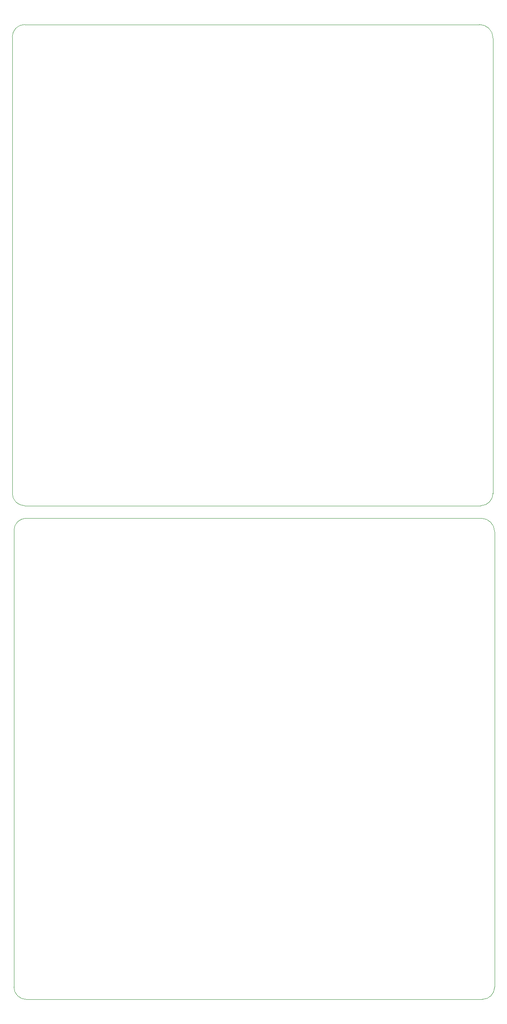
<source format=gbr>
%TF.GenerationSoftware,KiCad,Pcbnew,6.0.7-f9a2dced07~116~ubuntu20.04.1*%
%TF.CreationDate,2022-11-23T13:06:06+01:00*%
%TF.ProjectId,board,626f6172-642e-46b6-9963-61645f706362,rev?*%
%TF.SameCoordinates,Original*%
%TF.FileFunction,Profile,NP*%
%FSLAX46Y46*%
G04 Gerber Fmt 4.6, Leading zero omitted, Abs format (unit mm)*
G04 Created by KiCad (PCBNEW 6.0.7-f9a2dced07~116~ubuntu20.04.1) date 2022-11-23 13:06:06*
%MOMM*%
%LPD*%
G01*
G04 APERTURE LIST*
%TA.AperFunction,Profile*%
%ADD10C,0.100000*%
%TD*%
G04 APERTURE END LIST*
D10*
X39624047Y-228091953D02*
X133604047Y-228091953D01*
X37084047Y-131571953D02*
X37084047Y-225551953D01*
X136144047Y-225551953D02*
X136144047Y-131825953D01*
X133604047Y-228091953D02*
G75*
G03*
X136144047Y-225551953I-49J2540049D01*
G01*
X39624047Y-129031953D02*
G75*
G03*
X37084047Y-131571953I1J-2540001D01*
G01*
X136144047Y-131825953D02*
G75*
G03*
X133350047Y-129031953I-2794047J-47D01*
G01*
X133350047Y-129031953D02*
X39624047Y-129031953D01*
X37084047Y-225551953D02*
G75*
G03*
X39624047Y-228091953I2540002J2D01*
G01*
X36752502Y-123906000D02*
G75*
G03*
X39292500Y-126446000I2539999J-1D01*
G01*
X133018500Y-27386000D02*
X39292500Y-27386000D01*
X135812502Y-30180000D02*
G75*
G03*
X133018500Y-27386000I-2794051J-51D01*
G01*
X39292500Y-27386000D02*
G75*
G03*
X36752500Y-29926000I1J-2540001D01*
G01*
X133272500Y-126446000D02*
G75*
G03*
X135812500Y-123906000I-49J2540049D01*
G01*
X135812500Y-123906000D02*
X135812500Y-30180000D01*
X36752500Y-29926000D02*
X36752500Y-123906000D01*
X39292500Y-126446000D02*
X133272500Y-126446000D01*
M02*

</source>
